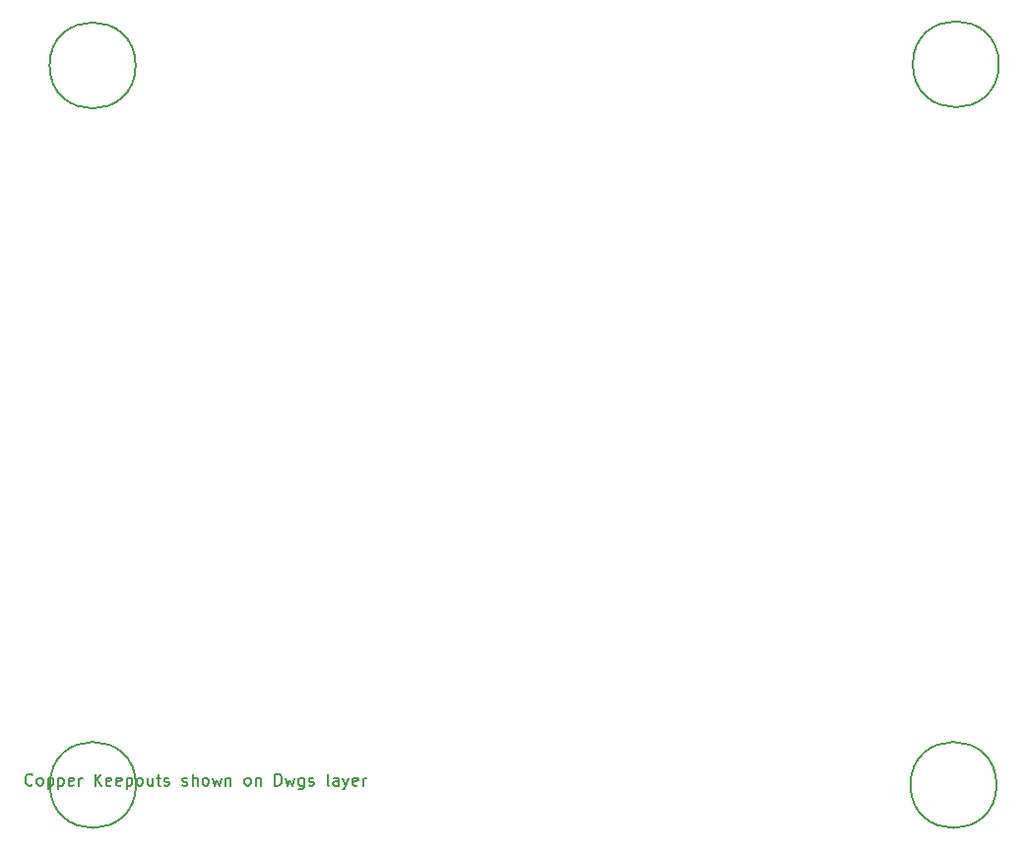
<source format=gbr>
%TF.GenerationSoftware,KiCad,Pcbnew,7.0.7*%
%TF.CreationDate,2023-09-23T02:22:54-04:00*%
%TF.ProjectId,WingsStation,57696e67-7353-4746-9174-696f6e2e6b69,v1*%
%TF.SameCoordinates,Original*%
%TF.FileFunction,Other,Comment*%
%FSLAX46Y46*%
G04 Gerber Fmt 4.6, Leading zero omitted, Abs format (unit mm)*
G04 Created by KiCad (PCBNEW 7.0.7) date 2023-09-23 02:22:54*
%MOMM*%
%LPD*%
G01*
G04 APERTURE LIST*
%ADD10C,0.150000*%
G04 APERTURE END LIST*
D10*
X-157016203Y-19073880D02*
X-157063822Y-19121500D01*
X-157063822Y-19121500D02*
X-157206679Y-19169119D01*
X-157206679Y-19169119D02*
X-157301917Y-19169119D01*
X-157301917Y-19169119D02*
X-157444774Y-19121500D01*
X-157444774Y-19121500D02*
X-157540012Y-19026261D01*
X-157540012Y-19026261D02*
X-157587631Y-18931023D01*
X-157587631Y-18931023D02*
X-157635250Y-18740547D01*
X-157635250Y-18740547D02*
X-157635250Y-18597690D01*
X-157635250Y-18597690D02*
X-157587631Y-18407214D01*
X-157587631Y-18407214D02*
X-157540012Y-18311976D01*
X-157540012Y-18311976D02*
X-157444774Y-18216738D01*
X-157444774Y-18216738D02*
X-157301917Y-18169119D01*
X-157301917Y-18169119D02*
X-157206679Y-18169119D01*
X-157206679Y-18169119D02*
X-157063822Y-18216738D01*
X-157063822Y-18216738D02*
X-157016203Y-18264357D01*
X-156444774Y-19169119D02*
X-156540012Y-19121500D01*
X-156540012Y-19121500D02*
X-156587631Y-19073880D01*
X-156587631Y-19073880D02*
X-156635250Y-18978642D01*
X-156635250Y-18978642D02*
X-156635250Y-18692928D01*
X-156635250Y-18692928D02*
X-156587631Y-18597690D01*
X-156587631Y-18597690D02*
X-156540012Y-18550071D01*
X-156540012Y-18550071D02*
X-156444774Y-18502452D01*
X-156444774Y-18502452D02*
X-156301917Y-18502452D01*
X-156301917Y-18502452D02*
X-156206679Y-18550071D01*
X-156206679Y-18550071D02*
X-156159060Y-18597690D01*
X-156159060Y-18597690D02*
X-156111441Y-18692928D01*
X-156111441Y-18692928D02*
X-156111441Y-18978642D01*
X-156111441Y-18978642D02*
X-156159060Y-19073880D01*
X-156159060Y-19073880D02*
X-156206679Y-19121500D01*
X-156206679Y-19121500D02*
X-156301917Y-19169119D01*
X-156301917Y-19169119D02*
X-156444774Y-19169119D01*
X-155682869Y-18502452D02*
X-155682869Y-19502452D01*
X-155682869Y-18550071D02*
X-155587631Y-18502452D01*
X-155587631Y-18502452D02*
X-155397155Y-18502452D01*
X-155397155Y-18502452D02*
X-155301917Y-18550071D01*
X-155301917Y-18550071D02*
X-155254298Y-18597690D01*
X-155254298Y-18597690D02*
X-155206679Y-18692928D01*
X-155206679Y-18692928D02*
X-155206679Y-18978642D01*
X-155206679Y-18978642D02*
X-155254298Y-19073880D01*
X-155254298Y-19073880D02*
X-155301917Y-19121500D01*
X-155301917Y-19121500D02*
X-155397155Y-19169119D01*
X-155397155Y-19169119D02*
X-155587631Y-19169119D01*
X-155587631Y-19169119D02*
X-155682869Y-19121500D01*
X-154778107Y-18502452D02*
X-154778107Y-19502452D01*
X-154778107Y-18550071D02*
X-154682869Y-18502452D01*
X-154682869Y-18502452D02*
X-154492393Y-18502452D01*
X-154492393Y-18502452D02*
X-154397155Y-18550071D01*
X-154397155Y-18550071D02*
X-154349536Y-18597690D01*
X-154349536Y-18597690D02*
X-154301917Y-18692928D01*
X-154301917Y-18692928D02*
X-154301917Y-18978642D01*
X-154301917Y-18978642D02*
X-154349536Y-19073880D01*
X-154349536Y-19073880D02*
X-154397155Y-19121500D01*
X-154397155Y-19121500D02*
X-154492393Y-19169119D01*
X-154492393Y-19169119D02*
X-154682869Y-19169119D01*
X-154682869Y-19169119D02*
X-154778107Y-19121500D01*
X-153492393Y-19121500D02*
X-153587631Y-19169119D01*
X-153587631Y-19169119D02*
X-153778107Y-19169119D01*
X-153778107Y-19169119D02*
X-153873345Y-19121500D01*
X-153873345Y-19121500D02*
X-153920964Y-19026261D01*
X-153920964Y-19026261D02*
X-153920964Y-18645309D01*
X-153920964Y-18645309D02*
X-153873345Y-18550071D01*
X-153873345Y-18550071D02*
X-153778107Y-18502452D01*
X-153778107Y-18502452D02*
X-153587631Y-18502452D01*
X-153587631Y-18502452D02*
X-153492393Y-18550071D01*
X-153492393Y-18550071D02*
X-153444774Y-18645309D01*
X-153444774Y-18645309D02*
X-153444774Y-18740547D01*
X-153444774Y-18740547D02*
X-153920964Y-18835785D01*
X-153016202Y-19169119D02*
X-153016202Y-18502452D01*
X-153016202Y-18692928D02*
X-152968583Y-18597690D01*
X-152968583Y-18597690D02*
X-152920964Y-18550071D01*
X-152920964Y-18550071D02*
X-152825726Y-18502452D01*
X-152825726Y-18502452D02*
X-152730488Y-18502452D01*
X-151635249Y-19169119D02*
X-151635249Y-18169119D01*
X-151063821Y-19169119D02*
X-151492392Y-18597690D01*
X-151063821Y-18169119D02*
X-151635249Y-18740547D01*
X-150254297Y-19121500D02*
X-150349535Y-19169119D01*
X-150349535Y-19169119D02*
X-150540011Y-19169119D01*
X-150540011Y-19169119D02*
X-150635249Y-19121500D01*
X-150635249Y-19121500D02*
X-150682868Y-19026261D01*
X-150682868Y-19026261D02*
X-150682868Y-18645309D01*
X-150682868Y-18645309D02*
X-150635249Y-18550071D01*
X-150635249Y-18550071D02*
X-150540011Y-18502452D01*
X-150540011Y-18502452D02*
X-150349535Y-18502452D01*
X-150349535Y-18502452D02*
X-150254297Y-18550071D01*
X-150254297Y-18550071D02*
X-150206678Y-18645309D01*
X-150206678Y-18645309D02*
X-150206678Y-18740547D01*
X-150206678Y-18740547D02*
X-150682868Y-18835785D01*
X-149397154Y-19121500D02*
X-149492392Y-19169119D01*
X-149492392Y-19169119D02*
X-149682868Y-19169119D01*
X-149682868Y-19169119D02*
X-149778106Y-19121500D01*
X-149778106Y-19121500D02*
X-149825725Y-19026261D01*
X-149825725Y-19026261D02*
X-149825725Y-18645309D01*
X-149825725Y-18645309D02*
X-149778106Y-18550071D01*
X-149778106Y-18550071D02*
X-149682868Y-18502452D01*
X-149682868Y-18502452D02*
X-149492392Y-18502452D01*
X-149492392Y-18502452D02*
X-149397154Y-18550071D01*
X-149397154Y-18550071D02*
X-149349535Y-18645309D01*
X-149349535Y-18645309D02*
X-149349535Y-18740547D01*
X-149349535Y-18740547D02*
X-149825725Y-18835785D01*
X-148920963Y-18502452D02*
X-148920963Y-19502452D01*
X-148920963Y-18550071D02*
X-148825725Y-18502452D01*
X-148825725Y-18502452D02*
X-148635249Y-18502452D01*
X-148635249Y-18502452D02*
X-148540011Y-18550071D01*
X-148540011Y-18550071D02*
X-148492392Y-18597690D01*
X-148492392Y-18597690D02*
X-148444773Y-18692928D01*
X-148444773Y-18692928D02*
X-148444773Y-18978642D01*
X-148444773Y-18978642D02*
X-148492392Y-19073880D01*
X-148492392Y-19073880D02*
X-148540011Y-19121500D01*
X-148540011Y-19121500D02*
X-148635249Y-19169119D01*
X-148635249Y-19169119D02*
X-148825725Y-19169119D01*
X-148825725Y-19169119D02*
X-148920963Y-19121500D01*
X-147873344Y-19169119D02*
X-147968582Y-19121500D01*
X-147968582Y-19121500D02*
X-148016201Y-19073880D01*
X-148016201Y-19073880D02*
X-148063820Y-18978642D01*
X-148063820Y-18978642D02*
X-148063820Y-18692928D01*
X-148063820Y-18692928D02*
X-148016201Y-18597690D01*
X-148016201Y-18597690D02*
X-147968582Y-18550071D01*
X-147968582Y-18550071D02*
X-147873344Y-18502452D01*
X-147873344Y-18502452D02*
X-147730487Y-18502452D01*
X-147730487Y-18502452D02*
X-147635249Y-18550071D01*
X-147635249Y-18550071D02*
X-147587630Y-18597690D01*
X-147587630Y-18597690D02*
X-147540011Y-18692928D01*
X-147540011Y-18692928D02*
X-147540011Y-18978642D01*
X-147540011Y-18978642D02*
X-147587630Y-19073880D01*
X-147587630Y-19073880D02*
X-147635249Y-19121500D01*
X-147635249Y-19121500D02*
X-147730487Y-19169119D01*
X-147730487Y-19169119D02*
X-147873344Y-19169119D01*
X-146682868Y-18502452D02*
X-146682868Y-19169119D01*
X-147111439Y-18502452D02*
X-147111439Y-19026261D01*
X-147111439Y-19026261D02*
X-147063820Y-19121500D01*
X-147063820Y-19121500D02*
X-146968582Y-19169119D01*
X-146968582Y-19169119D02*
X-146825725Y-19169119D01*
X-146825725Y-19169119D02*
X-146730487Y-19121500D01*
X-146730487Y-19121500D02*
X-146682868Y-19073880D01*
X-146349534Y-18502452D02*
X-145968582Y-18502452D01*
X-146206677Y-18169119D02*
X-146206677Y-19026261D01*
X-146206677Y-19026261D02*
X-146159058Y-19121500D01*
X-146159058Y-19121500D02*
X-146063820Y-19169119D01*
X-146063820Y-19169119D02*
X-145968582Y-19169119D01*
X-145682867Y-19121500D02*
X-145587629Y-19169119D01*
X-145587629Y-19169119D02*
X-145397153Y-19169119D01*
X-145397153Y-19169119D02*
X-145301915Y-19121500D01*
X-145301915Y-19121500D02*
X-145254296Y-19026261D01*
X-145254296Y-19026261D02*
X-145254296Y-18978642D01*
X-145254296Y-18978642D02*
X-145301915Y-18883404D01*
X-145301915Y-18883404D02*
X-145397153Y-18835785D01*
X-145397153Y-18835785D02*
X-145540010Y-18835785D01*
X-145540010Y-18835785D02*
X-145635248Y-18788166D01*
X-145635248Y-18788166D02*
X-145682867Y-18692928D01*
X-145682867Y-18692928D02*
X-145682867Y-18645309D01*
X-145682867Y-18645309D02*
X-145635248Y-18550071D01*
X-145635248Y-18550071D02*
X-145540010Y-18502452D01*
X-145540010Y-18502452D02*
X-145397153Y-18502452D01*
X-145397153Y-18502452D02*
X-145301915Y-18550071D01*
X-144111438Y-19121500D02*
X-144016200Y-19169119D01*
X-144016200Y-19169119D02*
X-143825724Y-19169119D01*
X-143825724Y-19169119D02*
X-143730486Y-19121500D01*
X-143730486Y-19121500D02*
X-143682867Y-19026261D01*
X-143682867Y-19026261D02*
X-143682867Y-18978642D01*
X-143682867Y-18978642D02*
X-143730486Y-18883404D01*
X-143730486Y-18883404D02*
X-143825724Y-18835785D01*
X-143825724Y-18835785D02*
X-143968581Y-18835785D01*
X-143968581Y-18835785D02*
X-144063819Y-18788166D01*
X-144063819Y-18788166D02*
X-144111438Y-18692928D01*
X-144111438Y-18692928D02*
X-144111438Y-18645309D01*
X-144111438Y-18645309D02*
X-144063819Y-18550071D01*
X-144063819Y-18550071D02*
X-143968581Y-18502452D01*
X-143968581Y-18502452D02*
X-143825724Y-18502452D01*
X-143825724Y-18502452D02*
X-143730486Y-18550071D01*
X-143254295Y-19169119D02*
X-143254295Y-18169119D01*
X-142825724Y-19169119D02*
X-142825724Y-18645309D01*
X-142825724Y-18645309D02*
X-142873343Y-18550071D01*
X-142873343Y-18550071D02*
X-142968581Y-18502452D01*
X-142968581Y-18502452D02*
X-143111438Y-18502452D01*
X-143111438Y-18502452D02*
X-143206676Y-18550071D01*
X-143206676Y-18550071D02*
X-143254295Y-18597690D01*
X-142206676Y-19169119D02*
X-142301914Y-19121500D01*
X-142301914Y-19121500D02*
X-142349533Y-19073880D01*
X-142349533Y-19073880D02*
X-142397152Y-18978642D01*
X-142397152Y-18978642D02*
X-142397152Y-18692928D01*
X-142397152Y-18692928D02*
X-142349533Y-18597690D01*
X-142349533Y-18597690D02*
X-142301914Y-18550071D01*
X-142301914Y-18550071D02*
X-142206676Y-18502452D01*
X-142206676Y-18502452D02*
X-142063819Y-18502452D01*
X-142063819Y-18502452D02*
X-141968581Y-18550071D01*
X-141968581Y-18550071D02*
X-141920962Y-18597690D01*
X-141920962Y-18597690D02*
X-141873343Y-18692928D01*
X-141873343Y-18692928D02*
X-141873343Y-18978642D01*
X-141873343Y-18978642D02*
X-141920962Y-19073880D01*
X-141920962Y-19073880D02*
X-141968581Y-19121500D01*
X-141968581Y-19121500D02*
X-142063819Y-19169119D01*
X-142063819Y-19169119D02*
X-142206676Y-19169119D01*
X-141540009Y-18502452D02*
X-141349533Y-19169119D01*
X-141349533Y-19169119D02*
X-141159057Y-18692928D01*
X-141159057Y-18692928D02*
X-140968581Y-19169119D01*
X-140968581Y-19169119D02*
X-140778105Y-18502452D01*
X-140397152Y-18502452D02*
X-140397152Y-19169119D01*
X-140397152Y-18597690D02*
X-140349533Y-18550071D01*
X-140349533Y-18550071D02*
X-140254295Y-18502452D01*
X-140254295Y-18502452D02*
X-140111438Y-18502452D01*
X-140111438Y-18502452D02*
X-140016200Y-18550071D01*
X-140016200Y-18550071D02*
X-139968581Y-18645309D01*
X-139968581Y-18645309D02*
X-139968581Y-19169119D01*
X-138587628Y-19169119D02*
X-138682866Y-19121500D01*
X-138682866Y-19121500D02*
X-138730485Y-19073880D01*
X-138730485Y-19073880D02*
X-138778104Y-18978642D01*
X-138778104Y-18978642D02*
X-138778104Y-18692928D01*
X-138778104Y-18692928D02*
X-138730485Y-18597690D01*
X-138730485Y-18597690D02*
X-138682866Y-18550071D01*
X-138682866Y-18550071D02*
X-138587628Y-18502452D01*
X-138587628Y-18502452D02*
X-138444771Y-18502452D01*
X-138444771Y-18502452D02*
X-138349533Y-18550071D01*
X-138349533Y-18550071D02*
X-138301914Y-18597690D01*
X-138301914Y-18597690D02*
X-138254295Y-18692928D01*
X-138254295Y-18692928D02*
X-138254295Y-18978642D01*
X-138254295Y-18978642D02*
X-138301914Y-19073880D01*
X-138301914Y-19073880D02*
X-138349533Y-19121500D01*
X-138349533Y-19121500D02*
X-138444771Y-19169119D01*
X-138444771Y-19169119D02*
X-138587628Y-19169119D01*
X-137825723Y-18502452D02*
X-137825723Y-19169119D01*
X-137825723Y-18597690D02*
X-137778104Y-18550071D01*
X-137778104Y-18550071D02*
X-137682866Y-18502452D01*
X-137682866Y-18502452D02*
X-137540009Y-18502452D01*
X-137540009Y-18502452D02*
X-137444771Y-18550071D01*
X-137444771Y-18550071D02*
X-137397152Y-18645309D01*
X-137397152Y-18645309D02*
X-137397152Y-19169119D01*
X-136159056Y-19169119D02*
X-136159056Y-18169119D01*
X-136159056Y-18169119D02*
X-135920961Y-18169119D01*
X-135920961Y-18169119D02*
X-135778104Y-18216738D01*
X-135778104Y-18216738D02*
X-135682866Y-18311976D01*
X-135682866Y-18311976D02*
X-135635247Y-18407214D01*
X-135635247Y-18407214D02*
X-135587628Y-18597690D01*
X-135587628Y-18597690D02*
X-135587628Y-18740547D01*
X-135587628Y-18740547D02*
X-135635247Y-18931023D01*
X-135635247Y-18931023D02*
X-135682866Y-19026261D01*
X-135682866Y-19026261D02*
X-135778104Y-19121500D01*
X-135778104Y-19121500D02*
X-135920961Y-19169119D01*
X-135920961Y-19169119D02*
X-136159056Y-19169119D01*
X-135254294Y-18502452D02*
X-135063818Y-19169119D01*
X-135063818Y-19169119D02*
X-134873342Y-18692928D01*
X-134873342Y-18692928D02*
X-134682866Y-19169119D01*
X-134682866Y-19169119D02*
X-134492390Y-18502452D01*
X-133682866Y-18502452D02*
X-133682866Y-19311976D01*
X-133682866Y-19311976D02*
X-133730485Y-19407214D01*
X-133730485Y-19407214D02*
X-133778104Y-19454833D01*
X-133778104Y-19454833D02*
X-133873342Y-19502452D01*
X-133873342Y-19502452D02*
X-134016199Y-19502452D01*
X-134016199Y-19502452D02*
X-134111437Y-19454833D01*
X-133682866Y-19121500D02*
X-133778104Y-19169119D01*
X-133778104Y-19169119D02*
X-133968580Y-19169119D01*
X-133968580Y-19169119D02*
X-134063818Y-19121500D01*
X-134063818Y-19121500D02*
X-134111437Y-19073880D01*
X-134111437Y-19073880D02*
X-134159056Y-18978642D01*
X-134159056Y-18978642D02*
X-134159056Y-18692928D01*
X-134159056Y-18692928D02*
X-134111437Y-18597690D01*
X-134111437Y-18597690D02*
X-134063818Y-18550071D01*
X-134063818Y-18550071D02*
X-133968580Y-18502452D01*
X-133968580Y-18502452D02*
X-133778104Y-18502452D01*
X-133778104Y-18502452D02*
X-133682866Y-18550071D01*
X-133254294Y-19121500D02*
X-133159056Y-19169119D01*
X-133159056Y-19169119D02*
X-132968580Y-19169119D01*
X-132968580Y-19169119D02*
X-132873342Y-19121500D01*
X-132873342Y-19121500D02*
X-132825723Y-19026261D01*
X-132825723Y-19026261D02*
X-132825723Y-18978642D01*
X-132825723Y-18978642D02*
X-132873342Y-18883404D01*
X-132873342Y-18883404D02*
X-132968580Y-18835785D01*
X-132968580Y-18835785D02*
X-133111437Y-18835785D01*
X-133111437Y-18835785D02*
X-133206675Y-18788166D01*
X-133206675Y-18788166D02*
X-133254294Y-18692928D01*
X-133254294Y-18692928D02*
X-133254294Y-18645309D01*
X-133254294Y-18645309D02*
X-133206675Y-18550071D01*
X-133206675Y-18550071D02*
X-133111437Y-18502452D01*
X-133111437Y-18502452D02*
X-132968580Y-18502452D01*
X-132968580Y-18502452D02*
X-132873342Y-18550071D01*
X-131492389Y-19169119D02*
X-131587627Y-19121500D01*
X-131587627Y-19121500D02*
X-131635246Y-19026261D01*
X-131635246Y-19026261D02*
X-131635246Y-18169119D01*
X-130682865Y-19169119D02*
X-130682865Y-18645309D01*
X-130682865Y-18645309D02*
X-130730484Y-18550071D01*
X-130730484Y-18550071D02*
X-130825722Y-18502452D01*
X-130825722Y-18502452D02*
X-131016198Y-18502452D01*
X-131016198Y-18502452D02*
X-131111436Y-18550071D01*
X-130682865Y-19121500D02*
X-130778103Y-19169119D01*
X-130778103Y-19169119D02*
X-131016198Y-19169119D01*
X-131016198Y-19169119D02*
X-131111436Y-19121500D01*
X-131111436Y-19121500D02*
X-131159055Y-19026261D01*
X-131159055Y-19026261D02*
X-131159055Y-18931023D01*
X-131159055Y-18931023D02*
X-131111436Y-18835785D01*
X-131111436Y-18835785D02*
X-131016198Y-18788166D01*
X-131016198Y-18788166D02*
X-130778103Y-18788166D01*
X-130778103Y-18788166D02*
X-130682865Y-18740547D01*
X-130301912Y-18502452D02*
X-130063817Y-19169119D01*
X-129825722Y-18502452D02*
X-130063817Y-19169119D01*
X-130063817Y-19169119D02*
X-130159055Y-19407214D01*
X-130159055Y-19407214D02*
X-130206674Y-19454833D01*
X-130206674Y-19454833D02*
X-130301912Y-19502452D01*
X-129063817Y-19121500D02*
X-129159055Y-19169119D01*
X-129159055Y-19169119D02*
X-129349531Y-19169119D01*
X-129349531Y-19169119D02*
X-129444769Y-19121500D01*
X-129444769Y-19121500D02*
X-129492388Y-19026261D01*
X-129492388Y-19026261D02*
X-129492388Y-18645309D01*
X-129492388Y-18645309D02*
X-129444769Y-18550071D01*
X-129444769Y-18550071D02*
X-129349531Y-18502452D01*
X-129349531Y-18502452D02*
X-129159055Y-18502452D01*
X-129159055Y-18502452D02*
X-129063817Y-18550071D01*
X-129063817Y-18550071D02*
X-129016198Y-18645309D01*
X-129016198Y-18645309D02*
X-129016198Y-18740547D01*
X-129016198Y-18740547D02*
X-129492388Y-18835785D01*
X-128587626Y-19169119D02*
X-128587626Y-18502452D01*
X-128587626Y-18692928D02*
X-128540007Y-18597690D01*
X-128540007Y-18597690D02*
X-128492388Y-18550071D01*
X-128492388Y-18550071D02*
X-128397150Y-18502452D01*
X-128397150Y-18502452D02*
X-128301912Y-18502452D01*
%TO.C,H3*%
X-148146200Y42807700D02*
G75*
G03*
X-148146200Y42807700I-3700000J0D01*
G01*
%TO.C,H4*%
X-73916200Y42907700D02*
G75*
G03*
X-73916200Y42907700I-3700000J0D01*
G01*
%TO.C,H2*%
X-74116200Y-19114300D02*
G75*
G03*
X-74116200Y-19114300I-3700000J0D01*
G01*
%TO.C,H1*%
X-148116200Y-19114300D02*
G75*
G03*
X-148116200Y-19114300I-3700000J0D01*
G01*
%TD*%
M02*

</source>
